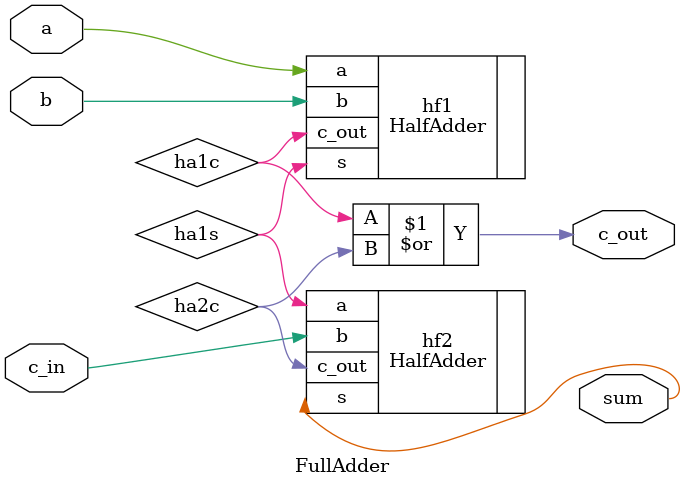
<source format=v>
`timescale 1ns / 1ps


module FullAdder(
    input a,
    input b,
    input c_in,
    output sum,
    output c_out
    );
        
      wire ha1c;
      wire ha1s;
      wire ha2c;
      
     HalfAdder hf1(
     .a(a)
     ,.b(b)
     ,.c_out(ha1c),
     .s(ha1s));
     
      HalfAdder hf2(
     .a(ha1s)
     ,.b(c_in)
     ,.c_out(ha2c),
     .s(sum));
     
      or (c_out, ha1c,ha2c);
      
endmodule

</source>
